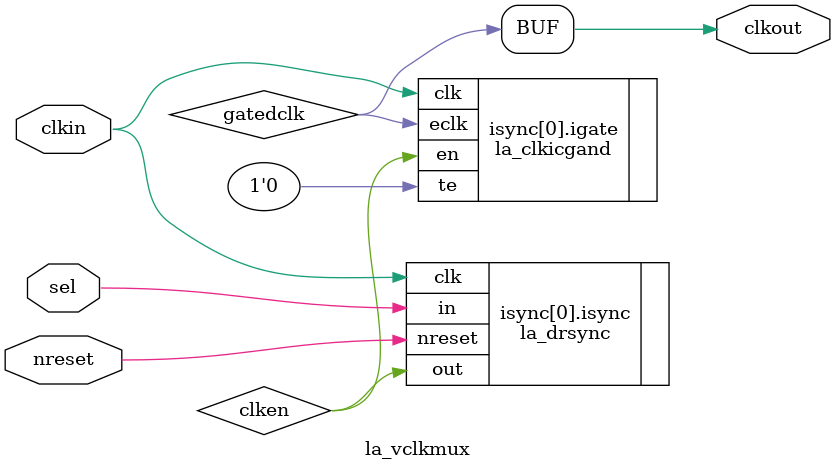
<source format=v>
/******************************************************************************
 * Function: Parametrized N-input clock mux
 * Copyright: Lambda Project Authors. All rights Reserved.
 * License:  MIT (see LICENSE file in Lambda repository)
 * ****************************************************************************
 *
 * This a vectorized N input clock mux that allows for safe glitch-less
 * selection of an arbitrary number of input clocks using asynchronous
 * inputs 'nreset' and 'sel'. The circuit is safe as long as the following
 * sequence is followed:
 *
 * 1. Assert async reset (nreset==0), usually by setting a bit in a register
 * (ie CLKEN=0).
 *
 * 2. Change the async 'sel' value, usually by changing a register like 'CLKSEL'.
 *
 * 3. Deassert async reset (nreset==1) to reneable clkout.
 *
 *******************************************************************************/

module la_vclkmux
  #(parameter N = 1,           // number clock inputs
    parameter STAGES = 2,      // sync stages
    parameter PROP = "DEFAULT" // cell property
    )
   (
    input [N-1:0] clkin,  // clock inputs
    input         nreset, // async nreset (clears output clock)
    input [N-1:0] sel,    // one hot async clock selector
    output        clkout  // gated clock output
    );

   wire [N-1:0] clken;
   wire [N-1:0] gatedclk;

   genvar i;

   for (i = 0; i < N; i = i + 1) begin : isync

      // 1. Asynchronous Reset, Synchronous Release if reset
      // 2. Non-glitching guaranteed via nreset sequence
      la_drsync #(.STAGES(STAGES),
                  .PROP(PROP))
      isync (.clk(clkin[i]),
             .nreset(nreset),
             .in(sel[i]),
             .out(clken[i]));

      // Gate each clock separately
      la_clkicgand #(.PROP(PROP))
      igate (.clk(clkin[i]),
             .en(clken[i]),
             .te(1'b0),
             .eclk(gatedclk[i]));
   end

   // Safe or tree of all clocks
   assign clkout = |gatedclk;

endmodule

</source>
